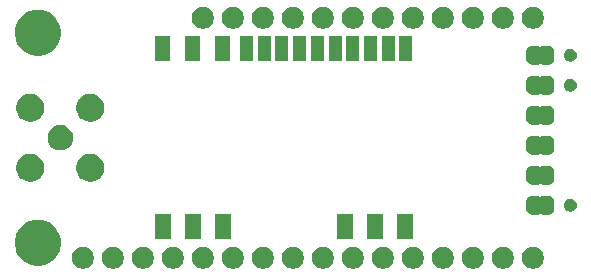
<source format=gts>
G04 #@! TF.GenerationSoftware,KiCad,Pcbnew,(5.1.2-1)-1*
G04 #@! TF.CreationDate,2019-05-16T11:37:58+08:00*
G04 #@! TF.ProjectId,huzzah-cc112x-shield,68757a7a-6168-42d6-9363-313132782d73,1*
G04 #@! TF.SameCoordinates,Original*
G04 #@! TF.FileFunction,Soldermask,Top*
G04 #@! TF.FilePolarity,Negative*
%FSLAX46Y46*%
G04 Gerber Fmt 4.6, Leading zero omitted, Abs format (unit mm)*
G04 Created by KiCad (PCBNEW (5.1.2-1)-1) date 2019-05-16 11:37:58*
%MOMM*%
%LPD*%
G04 APERTURE LIST*
%ADD10C,0.100000*%
G04 APERTURE END LIST*
D10*
G36*
X58059187Y-34021123D02*
G01*
X58230255Y-34091982D01*
X58230257Y-34091983D01*
X58307758Y-34143768D01*
X58384214Y-34194854D01*
X58515146Y-34325786D01*
X58618018Y-34479745D01*
X58688877Y-34650813D01*
X58725000Y-34832417D01*
X58725000Y-35017583D01*
X58688877Y-35199187D01*
X58618018Y-35370255D01*
X58618017Y-35370257D01*
X58515145Y-35524215D01*
X58384215Y-35655145D01*
X58230257Y-35758017D01*
X58230256Y-35758018D01*
X58230255Y-35758018D01*
X58059187Y-35828877D01*
X57877583Y-35865000D01*
X57692417Y-35865000D01*
X57510813Y-35828877D01*
X57339745Y-35758018D01*
X57339744Y-35758018D01*
X57339743Y-35758017D01*
X57185785Y-35655145D01*
X57054855Y-35524215D01*
X56951983Y-35370257D01*
X56951982Y-35370255D01*
X56881123Y-35199187D01*
X56845000Y-35017583D01*
X56845000Y-34832417D01*
X56881123Y-34650813D01*
X56951982Y-34479745D01*
X57054854Y-34325786D01*
X57185786Y-34194854D01*
X57262242Y-34143768D01*
X57339743Y-34091983D01*
X57339745Y-34091982D01*
X57510813Y-34021123D01*
X57692417Y-33985000D01*
X57877583Y-33985000D01*
X58059187Y-34021123D01*
X58059187Y-34021123D01*
G37*
G36*
X55519187Y-34021123D02*
G01*
X55690255Y-34091982D01*
X55690257Y-34091983D01*
X55767758Y-34143768D01*
X55844214Y-34194854D01*
X55975146Y-34325786D01*
X56078018Y-34479745D01*
X56148877Y-34650813D01*
X56185000Y-34832417D01*
X56185000Y-35017583D01*
X56148877Y-35199187D01*
X56078018Y-35370255D01*
X56078017Y-35370257D01*
X55975145Y-35524215D01*
X55844215Y-35655145D01*
X55690257Y-35758017D01*
X55690256Y-35758018D01*
X55690255Y-35758018D01*
X55519187Y-35828877D01*
X55337583Y-35865000D01*
X55152417Y-35865000D01*
X54970813Y-35828877D01*
X54799745Y-35758018D01*
X54799744Y-35758018D01*
X54799743Y-35758017D01*
X54645785Y-35655145D01*
X54514855Y-35524215D01*
X54411983Y-35370257D01*
X54411982Y-35370255D01*
X54341123Y-35199187D01*
X54305000Y-35017583D01*
X54305000Y-34832417D01*
X54341123Y-34650813D01*
X54411982Y-34479745D01*
X54514854Y-34325786D01*
X54645786Y-34194854D01*
X54722242Y-34143768D01*
X54799743Y-34091983D01*
X54799745Y-34091982D01*
X54970813Y-34021123D01*
X55152417Y-33985000D01*
X55337583Y-33985000D01*
X55519187Y-34021123D01*
X55519187Y-34021123D01*
G37*
G36*
X52979187Y-34021123D02*
G01*
X53150255Y-34091982D01*
X53150257Y-34091983D01*
X53227758Y-34143768D01*
X53304214Y-34194854D01*
X53435146Y-34325786D01*
X53538018Y-34479745D01*
X53608877Y-34650813D01*
X53645000Y-34832417D01*
X53645000Y-35017583D01*
X53608877Y-35199187D01*
X53538018Y-35370255D01*
X53538017Y-35370257D01*
X53435145Y-35524215D01*
X53304215Y-35655145D01*
X53150257Y-35758017D01*
X53150256Y-35758018D01*
X53150255Y-35758018D01*
X52979187Y-35828877D01*
X52797583Y-35865000D01*
X52612417Y-35865000D01*
X52430813Y-35828877D01*
X52259745Y-35758018D01*
X52259744Y-35758018D01*
X52259743Y-35758017D01*
X52105785Y-35655145D01*
X51974855Y-35524215D01*
X51871983Y-35370257D01*
X51871982Y-35370255D01*
X51801123Y-35199187D01*
X51765000Y-35017583D01*
X51765000Y-34832417D01*
X51801123Y-34650813D01*
X51871982Y-34479745D01*
X51974854Y-34325786D01*
X52105786Y-34194854D01*
X52182242Y-34143768D01*
X52259743Y-34091983D01*
X52259745Y-34091982D01*
X52430813Y-34021123D01*
X52612417Y-33985000D01*
X52797583Y-33985000D01*
X52979187Y-34021123D01*
X52979187Y-34021123D01*
G37*
G36*
X50439187Y-34021123D02*
G01*
X50610255Y-34091982D01*
X50610257Y-34091983D01*
X50687758Y-34143768D01*
X50764214Y-34194854D01*
X50895146Y-34325786D01*
X50998018Y-34479745D01*
X51068877Y-34650813D01*
X51105000Y-34832417D01*
X51105000Y-35017583D01*
X51068877Y-35199187D01*
X50998018Y-35370255D01*
X50998017Y-35370257D01*
X50895145Y-35524215D01*
X50764215Y-35655145D01*
X50610257Y-35758017D01*
X50610256Y-35758018D01*
X50610255Y-35758018D01*
X50439187Y-35828877D01*
X50257583Y-35865000D01*
X50072417Y-35865000D01*
X49890813Y-35828877D01*
X49719745Y-35758018D01*
X49719744Y-35758018D01*
X49719743Y-35758017D01*
X49565785Y-35655145D01*
X49434855Y-35524215D01*
X49331983Y-35370257D01*
X49331982Y-35370255D01*
X49261123Y-35199187D01*
X49225000Y-35017583D01*
X49225000Y-34832417D01*
X49261123Y-34650813D01*
X49331982Y-34479745D01*
X49434854Y-34325786D01*
X49565786Y-34194854D01*
X49642242Y-34143768D01*
X49719743Y-34091983D01*
X49719745Y-34091982D01*
X49890813Y-34021123D01*
X50072417Y-33985000D01*
X50257583Y-33985000D01*
X50439187Y-34021123D01*
X50439187Y-34021123D01*
G37*
G36*
X47899187Y-34021123D02*
G01*
X48070255Y-34091982D01*
X48070257Y-34091983D01*
X48147758Y-34143768D01*
X48224214Y-34194854D01*
X48355146Y-34325786D01*
X48458018Y-34479745D01*
X48528877Y-34650813D01*
X48565000Y-34832417D01*
X48565000Y-35017583D01*
X48528877Y-35199187D01*
X48458018Y-35370255D01*
X48458017Y-35370257D01*
X48355145Y-35524215D01*
X48224215Y-35655145D01*
X48070257Y-35758017D01*
X48070256Y-35758018D01*
X48070255Y-35758018D01*
X47899187Y-35828877D01*
X47717583Y-35865000D01*
X47532417Y-35865000D01*
X47350813Y-35828877D01*
X47179745Y-35758018D01*
X47179744Y-35758018D01*
X47179743Y-35758017D01*
X47025785Y-35655145D01*
X46894855Y-35524215D01*
X46791983Y-35370257D01*
X46791982Y-35370255D01*
X46721123Y-35199187D01*
X46685000Y-35017583D01*
X46685000Y-34832417D01*
X46721123Y-34650813D01*
X46791982Y-34479745D01*
X46894854Y-34325786D01*
X47025786Y-34194854D01*
X47102242Y-34143768D01*
X47179743Y-34091983D01*
X47179745Y-34091982D01*
X47350813Y-34021123D01*
X47532417Y-33985000D01*
X47717583Y-33985000D01*
X47899187Y-34021123D01*
X47899187Y-34021123D01*
G37*
G36*
X45359187Y-34021123D02*
G01*
X45530255Y-34091982D01*
X45530257Y-34091983D01*
X45607758Y-34143768D01*
X45684214Y-34194854D01*
X45815146Y-34325786D01*
X45918018Y-34479745D01*
X45988877Y-34650813D01*
X46025000Y-34832417D01*
X46025000Y-35017583D01*
X45988877Y-35199187D01*
X45918018Y-35370255D01*
X45918017Y-35370257D01*
X45815145Y-35524215D01*
X45684215Y-35655145D01*
X45530257Y-35758017D01*
X45530256Y-35758018D01*
X45530255Y-35758018D01*
X45359187Y-35828877D01*
X45177583Y-35865000D01*
X44992417Y-35865000D01*
X44810813Y-35828877D01*
X44639745Y-35758018D01*
X44639744Y-35758018D01*
X44639743Y-35758017D01*
X44485785Y-35655145D01*
X44354855Y-35524215D01*
X44251983Y-35370257D01*
X44251982Y-35370255D01*
X44181123Y-35199187D01*
X44145000Y-35017583D01*
X44145000Y-34832417D01*
X44181123Y-34650813D01*
X44251982Y-34479745D01*
X44354854Y-34325786D01*
X44485786Y-34194854D01*
X44562242Y-34143768D01*
X44639743Y-34091983D01*
X44639745Y-34091982D01*
X44810813Y-34021123D01*
X44992417Y-33985000D01*
X45177583Y-33985000D01*
X45359187Y-34021123D01*
X45359187Y-34021123D01*
G37*
G36*
X42819187Y-34021123D02*
G01*
X42990255Y-34091982D01*
X42990257Y-34091983D01*
X43067758Y-34143768D01*
X43144214Y-34194854D01*
X43275146Y-34325786D01*
X43378018Y-34479745D01*
X43448877Y-34650813D01*
X43485000Y-34832417D01*
X43485000Y-35017583D01*
X43448877Y-35199187D01*
X43378018Y-35370255D01*
X43378017Y-35370257D01*
X43275145Y-35524215D01*
X43144215Y-35655145D01*
X42990257Y-35758017D01*
X42990256Y-35758018D01*
X42990255Y-35758018D01*
X42819187Y-35828877D01*
X42637583Y-35865000D01*
X42452417Y-35865000D01*
X42270813Y-35828877D01*
X42099745Y-35758018D01*
X42099744Y-35758018D01*
X42099743Y-35758017D01*
X41945785Y-35655145D01*
X41814855Y-35524215D01*
X41711983Y-35370257D01*
X41711982Y-35370255D01*
X41641123Y-35199187D01*
X41605000Y-35017583D01*
X41605000Y-34832417D01*
X41641123Y-34650813D01*
X41711982Y-34479745D01*
X41814854Y-34325786D01*
X41945786Y-34194854D01*
X42022242Y-34143768D01*
X42099743Y-34091983D01*
X42099745Y-34091982D01*
X42270813Y-34021123D01*
X42452417Y-33985000D01*
X42637583Y-33985000D01*
X42819187Y-34021123D01*
X42819187Y-34021123D01*
G37*
G36*
X40279187Y-34021123D02*
G01*
X40450255Y-34091982D01*
X40450257Y-34091983D01*
X40527758Y-34143768D01*
X40604214Y-34194854D01*
X40735146Y-34325786D01*
X40838018Y-34479745D01*
X40908877Y-34650813D01*
X40945000Y-34832417D01*
X40945000Y-35017583D01*
X40908877Y-35199187D01*
X40838018Y-35370255D01*
X40838017Y-35370257D01*
X40735145Y-35524215D01*
X40604215Y-35655145D01*
X40450257Y-35758017D01*
X40450256Y-35758018D01*
X40450255Y-35758018D01*
X40279187Y-35828877D01*
X40097583Y-35865000D01*
X39912417Y-35865000D01*
X39730813Y-35828877D01*
X39559745Y-35758018D01*
X39559744Y-35758018D01*
X39559743Y-35758017D01*
X39405785Y-35655145D01*
X39274855Y-35524215D01*
X39171983Y-35370257D01*
X39171982Y-35370255D01*
X39101123Y-35199187D01*
X39065000Y-35017583D01*
X39065000Y-34832417D01*
X39101123Y-34650813D01*
X39171982Y-34479745D01*
X39274854Y-34325786D01*
X39405786Y-34194854D01*
X39482242Y-34143768D01*
X39559743Y-34091983D01*
X39559745Y-34091982D01*
X39730813Y-34021123D01*
X39912417Y-33985000D01*
X40097583Y-33985000D01*
X40279187Y-34021123D01*
X40279187Y-34021123D01*
G37*
G36*
X37739187Y-34021123D02*
G01*
X37910255Y-34091982D01*
X37910257Y-34091983D01*
X37987758Y-34143768D01*
X38064214Y-34194854D01*
X38195146Y-34325786D01*
X38298018Y-34479745D01*
X38368877Y-34650813D01*
X38405000Y-34832417D01*
X38405000Y-35017583D01*
X38368877Y-35199187D01*
X38298018Y-35370255D01*
X38298017Y-35370257D01*
X38195145Y-35524215D01*
X38064215Y-35655145D01*
X37910257Y-35758017D01*
X37910256Y-35758018D01*
X37910255Y-35758018D01*
X37739187Y-35828877D01*
X37557583Y-35865000D01*
X37372417Y-35865000D01*
X37190813Y-35828877D01*
X37019745Y-35758018D01*
X37019744Y-35758018D01*
X37019743Y-35758017D01*
X36865785Y-35655145D01*
X36734855Y-35524215D01*
X36631983Y-35370257D01*
X36631982Y-35370255D01*
X36561123Y-35199187D01*
X36525000Y-35017583D01*
X36525000Y-34832417D01*
X36561123Y-34650813D01*
X36631982Y-34479745D01*
X36734854Y-34325786D01*
X36865786Y-34194854D01*
X36942242Y-34143768D01*
X37019743Y-34091983D01*
X37019745Y-34091982D01*
X37190813Y-34021123D01*
X37372417Y-33985000D01*
X37557583Y-33985000D01*
X37739187Y-34021123D01*
X37739187Y-34021123D01*
G37*
G36*
X35199187Y-34021123D02*
G01*
X35370255Y-34091982D01*
X35370257Y-34091983D01*
X35447758Y-34143768D01*
X35524214Y-34194854D01*
X35655146Y-34325786D01*
X35758018Y-34479745D01*
X35828877Y-34650813D01*
X35865000Y-34832417D01*
X35865000Y-35017583D01*
X35828877Y-35199187D01*
X35758018Y-35370255D01*
X35758017Y-35370257D01*
X35655145Y-35524215D01*
X35524215Y-35655145D01*
X35370257Y-35758017D01*
X35370256Y-35758018D01*
X35370255Y-35758018D01*
X35199187Y-35828877D01*
X35017583Y-35865000D01*
X34832417Y-35865000D01*
X34650813Y-35828877D01*
X34479745Y-35758018D01*
X34479744Y-35758018D01*
X34479743Y-35758017D01*
X34325785Y-35655145D01*
X34194855Y-35524215D01*
X34091983Y-35370257D01*
X34091982Y-35370255D01*
X34021123Y-35199187D01*
X33985000Y-35017583D01*
X33985000Y-34832417D01*
X34021123Y-34650813D01*
X34091982Y-34479745D01*
X34194854Y-34325786D01*
X34325786Y-34194854D01*
X34402242Y-34143768D01*
X34479743Y-34091983D01*
X34479745Y-34091982D01*
X34650813Y-34021123D01*
X34832417Y-33985000D01*
X35017583Y-33985000D01*
X35199187Y-34021123D01*
X35199187Y-34021123D01*
G37*
G36*
X32659187Y-34021123D02*
G01*
X32830255Y-34091982D01*
X32830257Y-34091983D01*
X32907758Y-34143768D01*
X32984214Y-34194854D01*
X33115146Y-34325786D01*
X33218018Y-34479745D01*
X33288877Y-34650813D01*
X33325000Y-34832417D01*
X33325000Y-35017583D01*
X33288877Y-35199187D01*
X33218018Y-35370255D01*
X33218017Y-35370257D01*
X33115145Y-35524215D01*
X32984215Y-35655145D01*
X32830257Y-35758017D01*
X32830256Y-35758018D01*
X32830255Y-35758018D01*
X32659187Y-35828877D01*
X32477583Y-35865000D01*
X32292417Y-35865000D01*
X32110813Y-35828877D01*
X31939745Y-35758018D01*
X31939744Y-35758018D01*
X31939743Y-35758017D01*
X31785785Y-35655145D01*
X31654855Y-35524215D01*
X31551983Y-35370257D01*
X31551982Y-35370255D01*
X31481123Y-35199187D01*
X31445000Y-35017583D01*
X31445000Y-34832417D01*
X31481123Y-34650813D01*
X31551982Y-34479745D01*
X31654854Y-34325786D01*
X31785786Y-34194854D01*
X31862242Y-34143768D01*
X31939743Y-34091983D01*
X31939745Y-34091982D01*
X32110813Y-34021123D01*
X32292417Y-33985000D01*
X32477583Y-33985000D01*
X32659187Y-34021123D01*
X32659187Y-34021123D01*
G37*
G36*
X30119187Y-34021123D02*
G01*
X30290255Y-34091982D01*
X30290257Y-34091983D01*
X30367758Y-34143768D01*
X30444214Y-34194854D01*
X30575146Y-34325786D01*
X30678018Y-34479745D01*
X30748877Y-34650813D01*
X30785000Y-34832417D01*
X30785000Y-35017583D01*
X30748877Y-35199187D01*
X30678018Y-35370255D01*
X30678017Y-35370257D01*
X30575145Y-35524215D01*
X30444215Y-35655145D01*
X30290257Y-35758017D01*
X30290256Y-35758018D01*
X30290255Y-35758018D01*
X30119187Y-35828877D01*
X29937583Y-35865000D01*
X29752417Y-35865000D01*
X29570813Y-35828877D01*
X29399745Y-35758018D01*
X29399744Y-35758018D01*
X29399743Y-35758017D01*
X29245785Y-35655145D01*
X29114855Y-35524215D01*
X29011983Y-35370257D01*
X29011982Y-35370255D01*
X28941123Y-35199187D01*
X28905000Y-35017583D01*
X28905000Y-34832417D01*
X28941123Y-34650813D01*
X29011982Y-34479745D01*
X29114854Y-34325786D01*
X29245786Y-34194854D01*
X29322242Y-34143768D01*
X29399743Y-34091983D01*
X29399745Y-34091982D01*
X29570813Y-34021123D01*
X29752417Y-33985000D01*
X29937583Y-33985000D01*
X30119187Y-34021123D01*
X30119187Y-34021123D01*
G37*
G36*
X27579187Y-34021123D02*
G01*
X27750255Y-34091982D01*
X27750257Y-34091983D01*
X27827758Y-34143768D01*
X27904214Y-34194854D01*
X28035146Y-34325786D01*
X28138018Y-34479745D01*
X28208877Y-34650813D01*
X28245000Y-34832417D01*
X28245000Y-35017583D01*
X28208877Y-35199187D01*
X28138018Y-35370255D01*
X28138017Y-35370257D01*
X28035145Y-35524215D01*
X27904215Y-35655145D01*
X27750257Y-35758017D01*
X27750256Y-35758018D01*
X27750255Y-35758018D01*
X27579187Y-35828877D01*
X27397583Y-35865000D01*
X27212417Y-35865000D01*
X27030813Y-35828877D01*
X26859745Y-35758018D01*
X26859744Y-35758018D01*
X26859743Y-35758017D01*
X26705785Y-35655145D01*
X26574855Y-35524215D01*
X26471983Y-35370257D01*
X26471982Y-35370255D01*
X26401123Y-35199187D01*
X26365000Y-35017583D01*
X26365000Y-34832417D01*
X26401123Y-34650813D01*
X26471982Y-34479745D01*
X26574854Y-34325786D01*
X26705786Y-34194854D01*
X26782242Y-34143768D01*
X26859743Y-34091983D01*
X26859745Y-34091982D01*
X27030813Y-34021123D01*
X27212417Y-33985000D01*
X27397583Y-33985000D01*
X27579187Y-34021123D01*
X27579187Y-34021123D01*
G37*
G36*
X25039187Y-34021123D02*
G01*
X25210255Y-34091982D01*
X25210257Y-34091983D01*
X25287758Y-34143768D01*
X25364214Y-34194854D01*
X25495146Y-34325786D01*
X25598018Y-34479745D01*
X25668877Y-34650813D01*
X25705000Y-34832417D01*
X25705000Y-35017583D01*
X25668877Y-35199187D01*
X25598018Y-35370255D01*
X25598017Y-35370257D01*
X25495145Y-35524215D01*
X25364215Y-35655145D01*
X25210257Y-35758017D01*
X25210256Y-35758018D01*
X25210255Y-35758018D01*
X25039187Y-35828877D01*
X24857583Y-35865000D01*
X24672417Y-35865000D01*
X24490813Y-35828877D01*
X24319745Y-35758018D01*
X24319744Y-35758018D01*
X24319743Y-35758017D01*
X24165785Y-35655145D01*
X24034855Y-35524215D01*
X23931983Y-35370257D01*
X23931982Y-35370255D01*
X23861123Y-35199187D01*
X23825000Y-35017583D01*
X23825000Y-34832417D01*
X23861123Y-34650813D01*
X23931982Y-34479745D01*
X24034854Y-34325786D01*
X24165786Y-34194854D01*
X24242242Y-34143768D01*
X24319743Y-34091983D01*
X24319745Y-34091982D01*
X24490813Y-34021123D01*
X24672417Y-33985000D01*
X24857583Y-33985000D01*
X25039187Y-34021123D01*
X25039187Y-34021123D01*
G37*
G36*
X22499187Y-34021123D02*
G01*
X22670255Y-34091982D01*
X22670257Y-34091983D01*
X22747758Y-34143768D01*
X22824214Y-34194854D01*
X22955146Y-34325786D01*
X23058018Y-34479745D01*
X23128877Y-34650813D01*
X23165000Y-34832417D01*
X23165000Y-35017583D01*
X23128877Y-35199187D01*
X23058018Y-35370255D01*
X23058017Y-35370257D01*
X22955145Y-35524215D01*
X22824215Y-35655145D01*
X22670257Y-35758017D01*
X22670256Y-35758018D01*
X22670255Y-35758018D01*
X22499187Y-35828877D01*
X22317583Y-35865000D01*
X22132417Y-35865000D01*
X21950813Y-35828877D01*
X21779745Y-35758018D01*
X21779744Y-35758018D01*
X21779743Y-35758017D01*
X21625785Y-35655145D01*
X21494855Y-35524215D01*
X21391983Y-35370257D01*
X21391982Y-35370255D01*
X21321123Y-35199187D01*
X21285000Y-35017583D01*
X21285000Y-34832417D01*
X21321123Y-34650813D01*
X21391982Y-34479745D01*
X21494854Y-34325786D01*
X21625786Y-34194854D01*
X21702242Y-34143768D01*
X21779743Y-34091983D01*
X21779745Y-34091982D01*
X21950813Y-34021123D01*
X22132417Y-33985000D01*
X22317583Y-33985000D01*
X22499187Y-34021123D01*
X22499187Y-34021123D01*
G37*
G36*
X19959187Y-34021123D02*
G01*
X20130255Y-34091982D01*
X20130257Y-34091983D01*
X20207758Y-34143768D01*
X20284214Y-34194854D01*
X20415146Y-34325786D01*
X20518018Y-34479745D01*
X20588877Y-34650813D01*
X20625000Y-34832417D01*
X20625000Y-35017583D01*
X20588877Y-35199187D01*
X20518018Y-35370255D01*
X20518017Y-35370257D01*
X20415145Y-35524215D01*
X20284215Y-35655145D01*
X20130257Y-35758017D01*
X20130256Y-35758018D01*
X20130255Y-35758018D01*
X19959187Y-35828877D01*
X19777583Y-35865000D01*
X19592417Y-35865000D01*
X19410813Y-35828877D01*
X19239745Y-35758018D01*
X19239744Y-35758018D01*
X19239743Y-35758017D01*
X19085785Y-35655145D01*
X18954855Y-35524215D01*
X18851983Y-35370257D01*
X18851982Y-35370255D01*
X18781123Y-35199187D01*
X18745000Y-35017583D01*
X18745000Y-34832417D01*
X18781123Y-34650813D01*
X18851982Y-34479745D01*
X18954854Y-34325786D01*
X19085786Y-34194854D01*
X19162242Y-34143768D01*
X19239743Y-34091983D01*
X19239745Y-34091982D01*
X19410813Y-34021123D01*
X19592417Y-33985000D01*
X19777583Y-33985000D01*
X19959187Y-34021123D01*
X19959187Y-34021123D01*
G37*
G36*
X16319579Y-31749112D02*
G01*
X16445544Y-31774168D01*
X16592991Y-31835243D01*
X16801512Y-31921615D01*
X16801513Y-31921616D01*
X17121877Y-32135676D01*
X17394324Y-32408123D01*
X17537355Y-32622184D01*
X17608385Y-32728488D01*
X17694757Y-32937009D01*
X17755832Y-33084456D01*
X17831000Y-33462351D01*
X17831000Y-33847649D01*
X17755832Y-34225544D01*
X17714310Y-34325786D01*
X17608385Y-34581512D01*
X17608384Y-34581513D01*
X17394324Y-34901877D01*
X17121877Y-35174324D01*
X17084665Y-35199188D01*
X16801512Y-35388385D01*
X16592991Y-35474757D01*
X16445544Y-35535832D01*
X16319579Y-35560888D01*
X16067651Y-35611000D01*
X15682349Y-35611000D01*
X15430421Y-35560888D01*
X15304456Y-35535832D01*
X15157009Y-35474757D01*
X14948488Y-35388385D01*
X14665335Y-35199188D01*
X14628123Y-35174324D01*
X14355676Y-34901877D01*
X14141616Y-34581513D01*
X14141615Y-34581512D01*
X14035690Y-34325786D01*
X13994168Y-34225544D01*
X13919000Y-33847649D01*
X13919000Y-33462351D01*
X13994168Y-33084456D01*
X14055243Y-32937009D01*
X14141615Y-32728488D01*
X14212645Y-32622184D01*
X14355676Y-32408123D01*
X14628123Y-32135676D01*
X14948487Y-31921616D01*
X14948488Y-31921615D01*
X15157009Y-31835243D01*
X15304456Y-31774168D01*
X15430421Y-31749112D01*
X15682349Y-31699000D01*
X16067651Y-31699000D01*
X16319579Y-31749112D01*
X16319579Y-31749112D01*
G37*
G36*
X42551000Y-33301000D02*
G01*
X41249000Y-33301000D01*
X41249000Y-31199000D01*
X42551000Y-31199000D01*
X42551000Y-33301000D01*
X42551000Y-33301000D01*
G37*
G36*
X45091000Y-33301000D02*
G01*
X43789000Y-33301000D01*
X43789000Y-31199000D01*
X45091000Y-31199000D01*
X45091000Y-33301000D01*
X45091000Y-33301000D01*
G37*
G36*
X47631000Y-33301000D02*
G01*
X46329000Y-33301000D01*
X46329000Y-31199000D01*
X47631000Y-31199000D01*
X47631000Y-33301000D01*
X47631000Y-33301000D01*
G37*
G36*
X32211000Y-33301000D02*
G01*
X30909000Y-33301000D01*
X30909000Y-31199000D01*
X32211000Y-31199000D01*
X32211000Y-33301000D01*
X32211000Y-33301000D01*
G37*
G36*
X29671000Y-33301000D02*
G01*
X28369000Y-33301000D01*
X28369000Y-31199000D01*
X29671000Y-31199000D01*
X29671000Y-33301000D01*
X29671000Y-33301000D01*
G37*
G36*
X27131000Y-33301000D02*
G01*
X25829000Y-33301000D01*
X25829000Y-31199000D01*
X27131000Y-31199000D01*
X27131000Y-33301000D01*
X27131000Y-33301000D01*
G37*
G36*
X58279999Y-29679737D02*
G01*
X58289608Y-29682652D01*
X58298472Y-29687390D01*
X58306237Y-29693763D01*
X58316448Y-29706206D01*
X58323378Y-29716575D01*
X58340705Y-29733902D01*
X58361080Y-29747515D01*
X58383720Y-29756891D01*
X58407753Y-29761671D01*
X58432257Y-29761670D01*
X58456290Y-29756888D01*
X58478929Y-29747510D01*
X58499302Y-29733895D01*
X58516629Y-29716568D01*
X58523558Y-29706198D01*
X58533763Y-29693763D01*
X58541528Y-29687390D01*
X58550392Y-29682652D01*
X58560001Y-29679737D01*
X58576140Y-29678148D01*
X59063861Y-29678148D01*
X59082199Y-29679954D01*
X59094450Y-29680556D01*
X59112869Y-29680556D01*
X59135149Y-29682750D01*
X59219233Y-29699476D01*
X59240660Y-29705976D01*
X59319858Y-29738780D01*
X59325303Y-29741691D01*
X59325309Y-29741693D01*
X59334169Y-29746429D01*
X59334173Y-29746432D01*
X59339614Y-29749340D01*
X59410899Y-29796971D01*
X59428204Y-29811172D01*
X59488828Y-29871796D01*
X59503029Y-29889101D01*
X59550660Y-29960386D01*
X59553568Y-29965827D01*
X59553571Y-29965831D01*
X59558307Y-29974691D01*
X59558309Y-29974697D01*
X59561220Y-29980142D01*
X59594024Y-30059340D01*
X59600524Y-30080767D01*
X59617250Y-30164851D01*
X59619444Y-30187131D01*
X59619444Y-30205550D01*
X59620046Y-30217801D01*
X59621852Y-30236139D01*
X59621852Y-30723862D01*
X59620046Y-30742199D01*
X59619444Y-30754450D01*
X59619444Y-30772869D01*
X59617250Y-30795149D01*
X59600524Y-30879233D01*
X59594024Y-30900660D01*
X59561220Y-30979858D01*
X59558309Y-30985303D01*
X59558307Y-30985309D01*
X59553571Y-30994169D01*
X59553568Y-30994173D01*
X59550660Y-30999614D01*
X59503029Y-31070899D01*
X59488828Y-31088204D01*
X59428204Y-31148828D01*
X59410899Y-31163029D01*
X59339614Y-31210660D01*
X59334173Y-31213568D01*
X59334169Y-31213571D01*
X59325309Y-31218307D01*
X59325303Y-31218309D01*
X59319858Y-31221220D01*
X59240660Y-31254024D01*
X59219233Y-31260524D01*
X59135149Y-31277250D01*
X59112869Y-31279444D01*
X59094450Y-31279444D01*
X59082199Y-31280046D01*
X59063862Y-31281852D01*
X58576140Y-31281852D01*
X58560001Y-31280263D01*
X58550392Y-31277348D01*
X58541528Y-31272610D01*
X58533763Y-31266237D01*
X58523552Y-31253794D01*
X58516622Y-31243425D01*
X58499295Y-31226098D01*
X58478920Y-31212485D01*
X58456280Y-31203109D01*
X58432247Y-31198329D01*
X58407743Y-31198330D01*
X58383710Y-31203112D01*
X58361071Y-31212490D01*
X58340698Y-31226105D01*
X58323371Y-31243432D01*
X58316442Y-31253802D01*
X58306237Y-31266237D01*
X58298472Y-31272610D01*
X58289608Y-31277348D01*
X58279999Y-31280263D01*
X58263860Y-31281852D01*
X57776138Y-31281852D01*
X57757801Y-31280046D01*
X57745550Y-31279444D01*
X57727131Y-31279444D01*
X57704851Y-31277250D01*
X57620767Y-31260524D01*
X57599340Y-31254024D01*
X57520142Y-31221220D01*
X57514697Y-31218309D01*
X57514691Y-31218307D01*
X57505831Y-31213571D01*
X57505827Y-31213568D01*
X57500386Y-31210660D01*
X57429101Y-31163029D01*
X57411796Y-31148828D01*
X57351172Y-31088204D01*
X57336971Y-31070899D01*
X57289340Y-30999614D01*
X57286432Y-30994173D01*
X57286429Y-30994169D01*
X57281693Y-30985309D01*
X57281691Y-30985303D01*
X57278780Y-30979858D01*
X57245976Y-30900660D01*
X57239476Y-30879233D01*
X57222750Y-30795149D01*
X57220556Y-30772869D01*
X57220556Y-30754450D01*
X57219954Y-30742199D01*
X57218148Y-30723862D01*
X57218148Y-30236139D01*
X57219954Y-30217801D01*
X57220556Y-30205550D01*
X57220556Y-30187131D01*
X57222750Y-30164851D01*
X57239476Y-30080767D01*
X57245976Y-30059340D01*
X57278780Y-29980142D01*
X57281691Y-29974697D01*
X57281693Y-29974691D01*
X57286429Y-29965831D01*
X57286432Y-29965827D01*
X57289340Y-29960386D01*
X57336971Y-29889101D01*
X57351172Y-29871796D01*
X57411796Y-29811172D01*
X57429101Y-29796971D01*
X57500386Y-29749340D01*
X57505827Y-29746432D01*
X57505831Y-29746429D01*
X57514691Y-29741693D01*
X57514697Y-29741691D01*
X57520142Y-29738780D01*
X57599340Y-29705976D01*
X57620767Y-29699476D01*
X57704851Y-29682750D01*
X57727131Y-29680556D01*
X57745550Y-29680556D01*
X57757801Y-29679954D01*
X57776139Y-29678148D01*
X58263860Y-29678148D01*
X58279999Y-29679737D01*
X58279999Y-29679737D01*
G37*
G36*
X61120721Y-29950174D02*
G01*
X61220995Y-29991709D01*
X61220996Y-29991710D01*
X61311242Y-30052010D01*
X61387990Y-30128758D01*
X61387991Y-30128760D01*
X61448291Y-30219005D01*
X61489826Y-30319279D01*
X61511000Y-30425730D01*
X61511000Y-30534270D01*
X61489826Y-30640721D01*
X61448291Y-30740995D01*
X61426993Y-30772869D01*
X61387990Y-30831242D01*
X61311242Y-30907990D01*
X61265812Y-30938345D01*
X61220995Y-30968291D01*
X61120721Y-31009826D01*
X61014270Y-31031000D01*
X60905730Y-31031000D01*
X60799279Y-31009826D01*
X60699005Y-30968291D01*
X60654188Y-30938345D01*
X60608758Y-30907990D01*
X60532010Y-30831242D01*
X60493007Y-30772869D01*
X60471709Y-30740995D01*
X60430174Y-30640721D01*
X60409000Y-30534270D01*
X60409000Y-30425730D01*
X60430174Y-30319279D01*
X60471709Y-30219005D01*
X60532009Y-30128760D01*
X60532010Y-30128758D01*
X60608758Y-30052010D01*
X60699004Y-29991710D01*
X60699005Y-29991709D01*
X60799279Y-29950174D01*
X60905730Y-29929000D01*
X61014270Y-29929000D01*
X61120721Y-29950174D01*
X61120721Y-29950174D01*
G37*
G36*
X58279999Y-27139737D02*
G01*
X58289608Y-27142652D01*
X58298472Y-27147390D01*
X58306237Y-27153763D01*
X58316448Y-27166206D01*
X58323378Y-27176575D01*
X58340705Y-27193902D01*
X58361080Y-27207515D01*
X58383720Y-27216891D01*
X58407753Y-27221671D01*
X58432257Y-27221670D01*
X58456290Y-27216888D01*
X58478929Y-27207510D01*
X58499302Y-27193895D01*
X58516629Y-27176568D01*
X58523558Y-27166198D01*
X58533763Y-27153763D01*
X58541528Y-27147390D01*
X58550392Y-27142652D01*
X58560001Y-27139737D01*
X58576140Y-27138148D01*
X59063861Y-27138148D01*
X59082199Y-27139954D01*
X59094450Y-27140556D01*
X59112869Y-27140556D01*
X59135149Y-27142750D01*
X59219233Y-27159476D01*
X59240660Y-27165976D01*
X59319858Y-27198780D01*
X59325303Y-27201691D01*
X59325309Y-27201693D01*
X59334169Y-27206429D01*
X59334173Y-27206432D01*
X59339614Y-27209340D01*
X59410899Y-27256971D01*
X59428204Y-27271172D01*
X59488828Y-27331796D01*
X59503029Y-27349101D01*
X59550660Y-27420386D01*
X59553568Y-27425827D01*
X59553571Y-27425831D01*
X59558307Y-27434691D01*
X59558309Y-27434697D01*
X59561220Y-27440142D01*
X59594024Y-27519340D01*
X59600524Y-27540767D01*
X59617250Y-27624851D01*
X59619444Y-27647131D01*
X59619444Y-27665550D01*
X59620046Y-27677801D01*
X59621852Y-27696139D01*
X59621852Y-28183862D01*
X59620046Y-28202199D01*
X59619444Y-28214450D01*
X59619444Y-28232869D01*
X59617250Y-28255149D01*
X59600524Y-28339233D01*
X59594024Y-28360660D01*
X59561220Y-28439858D01*
X59558309Y-28445303D01*
X59558307Y-28445309D01*
X59553571Y-28454169D01*
X59553568Y-28454173D01*
X59550660Y-28459614D01*
X59503029Y-28530899D01*
X59488828Y-28548204D01*
X59428204Y-28608828D01*
X59410899Y-28623029D01*
X59339614Y-28670660D01*
X59334173Y-28673568D01*
X59334169Y-28673571D01*
X59325309Y-28678307D01*
X59325303Y-28678309D01*
X59319858Y-28681220D01*
X59240660Y-28714024D01*
X59219233Y-28720524D01*
X59135149Y-28737250D01*
X59112869Y-28739444D01*
X59094450Y-28739444D01*
X59082199Y-28740046D01*
X59063862Y-28741852D01*
X58576140Y-28741852D01*
X58560001Y-28740263D01*
X58550392Y-28737348D01*
X58541528Y-28732610D01*
X58533763Y-28726237D01*
X58523552Y-28713794D01*
X58516622Y-28703425D01*
X58499295Y-28686098D01*
X58478920Y-28672485D01*
X58456280Y-28663109D01*
X58432247Y-28658329D01*
X58407743Y-28658330D01*
X58383710Y-28663112D01*
X58361071Y-28672490D01*
X58340698Y-28686105D01*
X58323371Y-28703432D01*
X58316442Y-28713802D01*
X58306237Y-28726237D01*
X58298472Y-28732610D01*
X58289608Y-28737348D01*
X58279999Y-28740263D01*
X58263860Y-28741852D01*
X57776138Y-28741852D01*
X57757801Y-28740046D01*
X57745550Y-28739444D01*
X57727131Y-28739444D01*
X57704851Y-28737250D01*
X57620767Y-28720524D01*
X57599340Y-28714024D01*
X57520142Y-28681220D01*
X57514697Y-28678309D01*
X57514691Y-28678307D01*
X57505831Y-28673571D01*
X57505827Y-28673568D01*
X57500386Y-28670660D01*
X57429101Y-28623029D01*
X57411796Y-28608828D01*
X57351172Y-28548204D01*
X57336971Y-28530899D01*
X57289340Y-28459614D01*
X57286432Y-28454173D01*
X57286429Y-28454169D01*
X57281693Y-28445309D01*
X57281691Y-28445303D01*
X57278780Y-28439858D01*
X57245976Y-28360660D01*
X57239476Y-28339233D01*
X57222750Y-28255149D01*
X57220556Y-28232869D01*
X57220556Y-28214450D01*
X57219954Y-28202199D01*
X57218148Y-28183862D01*
X57218148Y-27696139D01*
X57219954Y-27677801D01*
X57220556Y-27665550D01*
X57220556Y-27647131D01*
X57222750Y-27624851D01*
X57239476Y-27540767D01*
X57245976Y-27519340D01*
X57278780Y-27440142D01*
X57281691Y-27434697D01*
X57281693Y-27434691D01*
X57286429Y-27425831D01*
X57286432Y-27425827D01*
X57289340Y-27420386D01*
X57336971Y-27349101D01*
X57351172Y-27331796D01*
X57411796Y-27271172D01*
X57429101Y-27256971D01*
X57500386Y-27209340D01*
X57505827Y-27206432D01*
X57505831Y-27206429D01*
X57514691Y-27201693D01*
X57514697Y-27201691D01*
X57520142Y-27198780D01*
X57599340Y-27165976D01*
X57620767Y-27159476D01*
X57704851Y-27142750D01*
X57727131Y-27140556D01*
X57745550Y-27140556D01*
X57757801Y-27139954D01*
X57776139Y-27138148D01*
X58263860Y-27138148D01*
X58279999Y-27139737D01*
X58279999Y-27139737D01*
G37*
G36*
X20482616Y-26138307D02*
G01*
X20663027Y-26174193D01*
X20877045Y-26262842D01*
X20877046Y-26262843D01*
X21069654Y-26391539D01*
X21233461Y-26555346D01*
X21319258Y-26683751D01*
X21362158Y-26747955D01*
X21450807Y-26961973D01*
X21450807Y-26961975D01*
X21496000Y-27189173D01*
X21496000Y-27420827D01*
X21493242Y-27434691D01*
X21450807Y-27648027D01*
X21362158Y-27862045D01*
X21362157Y-27862046D01*
X21233461Y-28054654D01*
X21069654Y-28218461D01*
X21023938Y-28249007D01*
X20877045Y-28347158D01*
X20663027Y-28435807D01*
X20511560Y-28465936D01*
X20435827Y-28481000D01*
X20204173Y-28481000D01*
X20128440Y-28465936D01*
X19976973Y-28435807D01*
X19762955Y-28347158D01*
X19616062Y-28249007D01*
X19570346Y-28218461D01*
X19406539Y-28054654D01*
X19277843Y-27862046D01*
X19277842Y-27862045D01*
X19189193Y-27648027D01*
X19146758Y-27434691D01*
X19144000Y-27420827D01*
X19144000Y-27189173D01*
X19189193Y-26961975D01*
X19189193Y-26961973D01*
X19277842Y-26747955D01*
X19320742Y-26683751D01*
X19406539Y-26555346D01*
X19570346Y-26391539D01*
X19762954Y-26262843D01*
X19762955Y-26262842D01*
X19976973Y-26174193D01*
X20157384Y-26138307D01*
X20204173Y-26129000D01*
X20435827Y-26129000D01*
X20482616Y-26138307D01*
X20482616Y-26138307D01*
G37*
G36*
X15402616Y-26138307D02*
G01*
X15583027Y-26174193D01*
X15797045Y-26262842D01*
X15797046Y-26262843D01*
X15989654Y-26391539D01*
X16153461Y-26555346D01*
X16239258Y-26683751D01*
X16282158Y-26747955D01*
X16370807Y-26961973D01*
X16370807Y-26961975D01*
X16416000Y-27189173D01*
X16416000Y-27420827D01*
X16413242Y-27434691D01*
X16370807Y-27648027D01*
X16282158Y-27862045D01*
X16282157Y-27862046D01*
X16153461Y-28054654D01*
X15989654Y-28218461D01*
X15943938Y-28249007D01*
X15797045Y-28347158D01*
X15583027Y-28435807D01*
X15431560Y-28465936D01*
X15355827Y-28481000D01*
X15124173Y-28481000D01*
X15048440Y-28465936D01*
X14896973Y-28435807D01*
X14682955Y-28347158D01*
X14536062Y-28249007D01*
X14490346Y-28218461D01*
X14326539Y-28054654D01*
X14197843Y-27862046D01*
X14197842Y-27862045D01*
X14109193Y-27648027D01*
X14066758Y-27434691D01*
X14064000Y-27420827D01*
X14064000Y-27189173D01*
X14109193Y-26961975D01*
X14109193Y-26961973D01*
X14197842Y-26747955D01*
X14240742Y-26683751D01*
X14326539Y-26555346D01*
X14490346Y-26391539D01*
X14682954Y-26262843D01*
X14682955Y-26262842D01*
X14896973Y-26174193D01*
X15077384Y-26138307D01*
X15124173Y-26129000D01*
X15355827Y-26129000D01*
X15402616Y-26138307D01*
X15402616Y-26138307D01*
G37*
G36*
X58279999Y-24599737D02*
G01*
X58289608Y-24602652D01*
X58298472Y-24607390D01*
X58306237Y-24613763D01*
X58316448Y-24626206D01*
X58323378Y-24636575D01*
X58340705Y-24653902D01*
X58361080Y-24667515D01*
X58383720Y-24676891D01*
X58407753Y-24681671D01*
X58432257Y-24681670D01*
X58456290Y-24676888D01*
X58478929Y-24667510D01*
X58499302Y-24653895D01*
X58516629Y-24636568D01*
X58523558Y-24626198D01*
X58533763Y-24613763D01*
X58541528Y-24607390D01*
X58550392Y-24602652D01*
X58560001Y-24599737D01*
X58576140Y-24598148D01*
X59063861Y-24598148D01*
X59082199Y-24599954D01*
X59094450Y-24600556D01*
X59112869Y-24600556D01*
X59135149Y-24602750D01*
X59219233Y-24619476D01*
X59240660Y-24625976D01*
X59319858Y-24658780D01*
X59325303Y-24661691D01*
X59325309Y-24661693D01*
X59334169Y-24666429D01*
X59334173Y-24666432D01*
X59339614Y-24669340D01*
X59410899Y-24716971D01*
X59428204Y-24731172D01*
X59488828Y-24791796D01*
X59503029Y-24809101D01*
X59550660Y-24880386D01*
X59553568Y-24885827D01*
X59553571Y-24885831D01*
X59558307Y-24894691D01*
X59558309Y-24894697D01*
X59561220Y-24900142D01*
X59594024Y-24979340D01*
X59600524Y-25000767D01*
X59617250Y-25084851D01*
X59619444Y-25107131D01*
X59619444Y-25125550D01*
X59620046Y-25137801D01*
X59621852Y-25156139D01*
X59621852Y-25643862D01*
X59620046Y-25662199D01*
X59619444Y-25674450D01*
X59619444Y-25692869D01*
X59617250Y-25715149D01*
X59600524Y-25799233D01*
X59594024Y-25820660D01*
X59561220Y-25899858D01*
X59558309Y-25905303D01*
X59558307Y-25905309D01*
X59553571Y-25914169D01*
X59553568Y-25914173D01*
X59550660Y-25919614D01*
X59503029Y-25990899D01*
X59488828Y-26008204D01*
X59428204Y-26068828D01*
X59410899Y-26083029D01*
X59339614Y-26130660D01*
X59334173Y-26133568D01*
X59334169Y-26133571D01*
X59325309Y-26138307D01*
X59325303Y-26138309D01*
X59319858Y-26141220D01*
X59240660Y-26174024D01*
X59219233Y-26180524D01*
X59135149Y-26197250D01*
X59112869Y-26199444D01*
X59094450Y-26199444D01*
X59082199Y-26200046D01*
X59063862Y-26201852D01*
X58576140Y-26201852D01*
X58560001Y-26200263D01*
X58550392Y-26197348D01*
X58541528Y-26192610D01*
X58533763Y-26186237D01*
X58523552Y-26173794D01*
X58516622Y-26163425D01*
X58499295Y-26146098D01*
X58478920Y-26132485D01*
X58456280Y-26123109D01*
X58432247Y-26118329D01*
X58407743Y-26118330D01*
X58383710Y-26123112D01*
X58361071Y-26132490D01*
X58340698Y-26146105D01*
X58323371Y-26163432D01*
X58316442Y-26173802D01*
X58306237Y-26186237D01*
X58298472Y-26192610D01*
X58289608Y-26197348D01*
X58279999Y-26200263D01*
X58263860Y-26201852D01*
X57776138Y-26201852D01*
X57757801Y-26200046D01*
X57745550Y-26199444D01*
X57727131Y-26199444D01*
X57704851Y-26197250D01*
X57620767Y-26180524D01*
X57599340Y-26174024D01*
X57520142Y-26141220D01*
X57514697Y-26138309D01*
X57514691Y-26138307D01*
X57505831Y-26133571D01*
X57505827Y-26133568D01*
X57500386Y-26130660D01*
X57429101Y-26083029D01*
X57411796Y-26068828D01*
X57351172Y-26008204D01*
X57336971Y-25990899D01*
X57289340Y-25919614D01*
X57286432Y-25914173D01*
X57286429Y-25914169D01*
X57281693Y-25905309D01*
X57281691Y-25905303D01*
X57278780Y-25899858D01*
X57245976Y-25820660D01*
X57239476Y-25799233D01*
X57222750Y-25715149D01*
X57220556Y-25692869D01*
X57220556Y-25674450D01*
X57219954Y-25662199D01*
X57218148Y-25643862D01*
X57218148Y-25156139D01*
X57219954Y-25137801D01*
X57220556Y-25125550D01*
X57220556Y-25107131D01*
X57222750Y-25084851D01*
X57239476Y-25000767D01*
X57245976Y-24979340D01*
X57278780Y-24900142D01*
X57281691Y-24894697D01*
X57281693Y-24894691D01*
X57286429Y-24885831D01*
X57286432Y-24885827D01*
X57289340Y-24880386D01*
X57336971Y-24809101D01*
X57351172Y-24791796D01*
X57411796Y-24731172D01*
X57429101Y-24716971D01*
X57500386Y-24669340D01*
X57505827Y-24666432D01*
X57505831Y-24666429D01*
X57514691Y-24661693D01*
X57514697Y-24661691D01*
X57520142Y-24658780D01*
X57599340Y-24625976D01*
X57620767Y-24619476D01*
X57704851Y-24602750D01*
X57727131Y-24600556D01*
X57745550Y-24600556D01*
X57757801Y-24599954D01*
X57776139Y-24598148D01*
X58263860Y-24598148D01*
X58279999Y-24599737D01*
X58279999Y-24599737D01*
G37*
G36*
X17955271Y-23702783D02*
G01*
X18093858Y-23730350D01*
X18289677Y-23811461D01*
X18465910Y-23929216D01*
X18615784Y-24079090D01*
X18733539Y-24255323D01*
X18814650Y-24451142D01*
X18814650Y-24451144D01*
X18856000Y-24659022D01*
X18856000Y-24870978D01*
X18851283Y-24894691D01*
X18814650Y-25078858D01*
X18733539Y-25274677D01*
X18615784Y-25450910D01*
X18465910Y-25600784D01*
X18289677Y-25718539D01*
X18093858Y-25799650D01*
X17988233Y-25820660D01*
X17885978Y-25841000D01*
X17674022Y-25841000D01*
X17571767Y-25820660D01*
X17466142Y-25799650D01*
X17270323Y-25718539D01*
X17094090Y-25600784D01*
X16944216Y-25450910D01*
X16826461Y-25274677D01*
X16745350Y-25078858D01*
X16708717Y-24894691D01*
X16704000Y-24870978D01*
X16704000Y-24659022D01*
X16745350Y-24451144D01*
X16745350Y-24451142D01*
X16826461Y-24255323D01*
X16944216Y-24079090D01*
X17094090Y-23929216D01*
X17270323Y-23811461D01*
X17466142Y-23730350D01*
X17604729Y-23702783D01*
X17674022Y-23689000D01*
X17885978Y-23689000D01*
X17955271Y-23702783D01*
X17955271Y-23702783D01*
G37*
G36*
X58279999Y-22059737D02*
G01*
X58289608Y-22062652D01*
X58298472Y-22067390D01*
X58306237Y-22073763D01*
X58316448Y-22086206D01*
X58323378Y-22096575D01*
X58340705Y-22113902D01*
X58361080Y-22127515D01*
X58383720Y-22136891D01*
X58407753Y-22141671D01*
X58432257Y-22141670D01*
X58456290Y-22136888D01*
X58478929Y-22127510D01*
X58499302Y-22113895D01*
X58516629Y-22096568D01*
X58523558Y-22086198D01*
X58533763Y-22073763D01*
X58541528Y-22067390D01*
X58550392Y-22062652D01*
X58560001Y-22059737D01*
X58576140Y-22058148D01*
X59063861Y-22058148D01*
X59082199Y-22059954D01*
X59094450Y-22060556D01*
X59112869Y-22060556D01*
X59135149Y-22062750D01*
X59219233Y-22079476D01*
X59240660Y-22085976D01*
X59319858Y-22118780D01*
X59325303Y-22121691D01*
X59325309Y-22121693D01*
X59334169Y-22126429D01*
X59334173Y-22126432D01*
X59339614Y-22129340D01*
X59410899Y-22176971D01*
X59428204Y-22191172D01*
X59488828Y-22251796D01*
X59503029Y-22269101D01*
X59550660Y-22340386D01*
X59553568Y-22345827D01*
X59553571Y-22345831D01*
X59558307Y-22354691D01*
X59558309Y-22354697D01*
X59561220Y-22360142D01*
X59594024Y-22439340D01*
X59600524Y-22460767D01*
X59617250Y-22544851D01*
X59619444Y-22567131D01*
X59619444Y-22585550D01*
X59620046Y-22597801D01*
X59621852Y-22616139D01*
X59621852Y-23103862D01*
X59620046Y-23122199D01*
X59619444Y-23134450D01*
X59619444Y-23152869D01*
X59617250Y-23175149D01*
X59600524Y-23259233D01*
X59594024Y-23280660D01*
X59561220Y-23359858D01*
X59558309Y-23365303D01*
X59558307Y-23365309D01*
X59553571Y-23374169D01*
X59553568Y-23374173D01*
X59550660Y-23379614D01*
X59503029Y-23450899D01*
X59488828Y-23468204D01*
X59428204Y-23528828D01*
X59410899Y-23543029D01*
X59339614Y-23590660D01*
X59334173Y-23593568D01*
X59334169Y-23593571D01*
X59325309Y-23598307D01*
X59325303Y-23598309D01*
X59319858Y-23601220D01*
X59240660Y-23634024D01*
X59219233Y-23640524D01*
X59135149Y-23657250D01*
X59112869Y-23659444D01*
X59094450Y-23659444D01*
X59082199Y-23660046D01*
X59063862Y-23661852D01*
X58576140Y-23661852D01*
X58560001Y-23660263D01*
X58550392Y-23657348D01*
X58541528Y-23652610D01*
X58533763Y-23646237D01*
X58523552Y-23633794D01*
X58516622Y-23623425D01*
X58499295Y-23606098D01*
X58478920Y-23592485D01*
X58456280Y-23583109D01*
X58432247Y-23578329D01*
X58407743Y-23578330D01*
X58383710Y-23583112D01*
X58361071Y-23592490D01*
X58340698Y-23606105D01*
X58323371Y-23623432D01*
X58316442Y-23633802D01*
X58306237Y-23646237D01*
X58298472Y-23652610D01*
X58289608Y-23657348D01*
X58279999Y-23660263D01*
X58263860Y-23661852D01*
X57776138Y-23661852D01*
X57757801Y-23660046D01*
X57745550Y-23659444D01*
X57727131Y-23659444D01*
X57704851Y-23657250D01*
X57620767Y-23640524D01*
X57599340Y-23634024D01*
X57520142Y-23601220D01*
X57514697Y-23598309D01*
X57514691Y-23598307D01*
X57505831Y-23593571D01*
X57505827Y-23593568D01*
X57500386Y-23590660D01*
X57429101Y-23543029D01*
X57411796Y-23528828D01*
X57351172Y-23468204D01*
X57336971Y-23450899D01*
X57289340Y-23379614D01*
X57286432Y-23374173D01*
X57286429Y-23374169D01*
X57281693Y-23365309D01*
X57281691Y-23365303D01*
X57278780Y-23359858D01*
X57245976Y-23280660D01*
X57239476Y-23259233D01*
X57222750Y-23175149D01*
X57220556Y-23152869D01*
X57220556Y-23134450D01*
X57219954Y-23122199D01*
X57218148Y-23103862D01*
X57218148Y-22616139D01*
X57219954Y-22597801D01*
X57220556Y-22585550D01*
X57220556Y-22567131D01*
X57222750Y-22544851D01*
X57239476Y-22460767D01*
X57245976Y-22439340D01*
X57278780Y-22360142D01*
X57281691Y-22354697D01*
X57281693Y-22354691D01*
X57286429Y-22345831D01*
X57286432Y-22345827D01*
X57289340Y-22340386D01*
X57336971Y-22269101D01*
X57351172Y-22251796D01*
X57411796Y-22191172D01*
X57429101Y-22176971D01*
X57500386Y-22129340D01*
X57505827Y-22126432D01*
X57505831Y-22126429D01*
X57514691Y-22121693D01*
X57514697Y-22121691D01*
X57520142Y-22118780D01*
X57599340Y-22085976D01*
X57620767Y-22079476D01*
X57704851Y-22062750D01*
X57727131Y-22060556D01*
X57745550Y-22060556D01*
X57757801Y-22059954D01*
X57776139Y-22058148D01*
X58263860Y-22058148D01*
X58279999Y-22059737D01*
X58279999Y-22059737D01*
G37*
G36*
X15402616Y-21058307D02*
G01*
X15583027Y-21094193D01*
X15797045Y-21182842D01*
X15797046Y-21182843D01*
X15989654Y-21311539D01*
X16153461Y-21475346D01*
X16239258Y-21603751D01*
X16282158Y-21667955D01*
X16370807Y-21881973D01*
X16370807Y-21881975D01*
X16416000Y-22109173D01*
X16416000Y-22340827D01*
X16413242Y-22354691D01*
X16370807Y-22568027D01*
X16282158Y-22782045D01*
X16282157Y-22782046D01*
X16153461Y-22974654D01*
X15989654Y-23138461D01*
X15943938Y-23169007D01*
X15797045Y-23267158D01*
X15583027Y-23355807D01*
X15431560Y-23385936D01*
X15355827Y-23401000D01*
X15124173Y-23401000D01*
X15048440Y-23385936D01*
X14896973Y-23355807D01*
X14682955Y-23267158D01*
X14536062Y-23169007D01*
X14490346Y-23138461D01*
X14326539Y-22974654D01*
X14197843Y-22782046D01*
X14197842Y-22782045D01*
X14109193Y-22568027D01*
X14066758Y-22354691D01*
X14064000Y-22340827D01*
X14064000Y-22109173D01*
X14109193Y-21881975D01*
X14109193Y-21881973D01*
X14197842Y-21667955D01*
X14240742Y-21603751D01*
X14326539Y-21475346D01*
X14490346Y-21311539D01*
X14682954Y-21182843D01*
X14682955Y-21182842D01*
X14896973Y-21094193D01*
X15077384Y-21058307D01*
X15124173Y-21049000D01*
X15355827Y-21049000D01*
X15402616Y-21058307D01*
X15402616Y-21058307D01*
G37*
G36*
X20482616Y-21058307D02*
G01*
X20663027Y-21094193D01*
X20877045Y-21182842D01*
X20877046Y-21182843D01*
X21069654Y-21311539D01*
X21233461Y-21475346D01*
X21319258Y-21603751D01*
X21362158Y-21667955D01*
X21450807Y-21881973D01*
X21450807Y-21881975D01*
X21496000Y-22109173D01*
X21496000Y-22340827D01*
X21493242Y-22354691D01*
X21450807Y-22568027D01*
X21362158Y-22782045D01*
X21362157Y-22782046D01*
X21233461Y-22974654D01*
X21069654Y-23138461D01*
X21023938Y-23169007D01*
X20877045Y-23267158D01*
X20663027Y-23355807D01*
X20511560Y-23385936D01*
X20435827Y-23401000D01*
X20204173Y-23401000D01*
X20128440Y-23385936D01*
X19976973Y-23355807D01*
X19762955Y-23267158D01*
X19616062Y-23169007D01*
X19570346Y-23138461D01*
X19406539Y-22974654D01*
X19277843Y-22782046D01*
X19277842Y-22782045D01*
X19189193Y-22568027D01*
X19146758Y-22354691D01*
X19144000Y-22340827D01*
X19144000Y-22109173D01*
X19189193Y-21881975D01*
X19189193Y-21881973D01*
X19277842Y-21667955D01*
X19320742Y-21603751D01*
X19406539Y-21475346D01*
X19570346Y-21311539D01*
X19762954Y-21182843D01*
X19762955Y-21182842D01*
X19976973Y-21094193D01*
X20157384Y-21058307D01*
X20204173Y-21049000D01*
X20435827Y-21049000D01*
X20482616Y-21058307D01*
X20482616Y-21058307D01*
G37*
G36*
X58279999Y-19519737D02*
G01*
X58289608Y-19522652D01*
X58298472Y-19527390D01*
X58306237Y-19533763D01*
X58316448Y-19546206D01*
X58323378Y-19556575D01*
X58340705Y-19573902D01*
X58361080Y-19587515D01*
X58383720Y-19596891D01*
X58407753Y-19601671D01*
X58432257Y-19601670D01*
X58456290Y-19596888D01*
X58478929Y-19587510D01*
X58499302Y-19573895D01*
X58516629Y-19556568D01*
X58523558Y-19546198D01*
X58533763Y-19533763D01*
X58541528Y-19527390D01*
X58550392Y-19522652D01*
X58560001Y-19519737D01*
X58576140Y-19518148D01*
X59063861Y-19518148D01*
X59082199Y-19519954D01*
X59094450Y-19520556D01*
X59112869Y-19520556D01*
X59135149Y-19522750D01*
X59219233Y-19539476D01*
X59240660Y-19545976D01*
X59319858Y-19578780D01*
X59325303Y-19581691D01*
X59325309Y-19581693D01*
X59334169Y-19586429D01*
X59334173Y-19586432D01*
X59339614Y-19589340D01*
X59410899Y-19636971D01*
X59428204Y-19651172D01*
X59488828Y-19711796D01*
X59503029Y-19729101D01*
X59550660Y-19800386D01*
X59553568Y-19805827D01*
X59553571Y-19805831D01*
X59558307Y-19814691D01*
X59558309Y-19814697D01*
X59561220Y-19820142D01*
X59594024Y-19899340D01*
X59600524Y-19920767D01*
X59617250Y-20004851D01*
X59619444Y-20027131D01*
X59619444Y-20045550D01*
X59620046Y-20057801D01*
X59621852Y-20076139D01*
X59621852Y-20563862D01*
X59620046Y-20582199D01*
X59619444Y-20594450D01*
X59619444Y-20612869D01*
X59617250Y-20635149D01*
X59600524Y-20719233D01*
X59594024Y-20740660D01*
X59561220Y-20819858D01*
X59558309Y-20825303D01*
X59558307Y-20825309D01*
X59553571Y-20834169D01*
X59553568Y-20834173D01*
X59550660Y-20839614D01*
X59503029Y-20910899D01*
X59488828Y-20928204D01*
X59428204Y-20988828D01*
X59410899Y-21003029D01*
X59339614Y-21050660D01*
X59334173Y-21053568D01*
X59334169Y-21053571D01*
X59325309Y-21058307D01*
X59325303Y-21058309D01*
X59319858Y-21061220D01*
X59240660Y-21094024D01*
X59219233Y-21100524D01*
X59135149Y-21117250D01*
X59112869Y-21119444D01*
X59094450Y-21119444D01*
X59082199Y-21120046D01*
X59063862Y-21121852D01*
X58576140Y-21121852D01*
X58560001Y-21120263D01*
X58550392Y-21117348D01*
X58541528Y-21112610D01*
X58533763Y-21106237D01*
X58523552Y-21093794D01*
X58516622Y-21083425D01*
X58499295Y-21066098D01*
X58478920Y-21052485D01*
X58456280Y-21043109D01*
X58432247Y-21038329D01*
X58407743Y-21038330D01*
X58383710Y-21043112D01*
X58361071Y-21052490D01*
X58340698Y-21066105D01*
X58323371Y-21083432D01*
X58316442Y-21093802D01*
X58306237Y-21106237D01*
X58298472Y-21112610D01*
X58289608Y-21117348D01*
X58279999Y-21120263D01*
X58263860Y-21121852D01*
X57776138Y-21121852D01*
X57757801Y-21120046D01*
X57745550Y-21119444D01*
X57727131Y-21119444D01*
X57704851Y-21117250D01*
X57620767Y-21100524D01*
X57599340Y-21094024D01*
X57520142Y-21061220D01*
X57514697Y-21058309D01*
X57514691Y-21058307D01*
X57505831Y-21053571D01*
X57505827Y-21053568D01*
X57500386Y-21050660D01*
X57429101Y-21003029D01*
X57411796Y-20988828D01*
X57351172Y-20928204D01*
X57336971Y-20910899D01*
X57289340Y-20839614D01*
X57286432Y-20834173D01*
X57286429Y-20834169D01*
X57281693Y-20825309D01*
X57281691Y-20825303D01*
X57278780Y-20819858D01*
X57245976Y-20740660D01*
X57239476Y-20719233D01*
X57222750Y-20635149D01*
X57220556Y-20612869D01*
X57220556Y-20594450D01*
X57219954Y-20582199D01*
X57218148Y-20563862D01*
X57218148Y-20076139D01*
X57219954Y-20057801D01*
X57220556Y-20045550D01*
X57220556Y-20027131D01*
X57222750Y-20004851D01*
X57239476Y-19920767D01*
X57245976Y-19899340D01*
X57278780Y-19820142D01*
X57281691Y-19814697D01*
X57281693Y-19814691D01*
X57286429Y-19805831D01*
X57286432Y-19805827D01*
X57289340Y-19800386D01*
X57336971Y-19729101D01*
X57351172Y-19711796D01*
X57411796Y-19651172D01*
X57429101Y-19636971D01*
X57500386Y-19589340D01*
X57505827Y-19586432D01*
X57505831Y-19586429D01*
X57514691Y-19581693D01*
X57514697Y-19581691D01*
X57520142Y-19578780D01*
X57599340Y-19545976D01*
X57620767Y-19539476D01*
X57704851Y-19522750D01*
X57727131Y-19520556D01*
X57745550Y-19520556D01*
X57757801Y-19519954D01*
X57776139Y-19518148D01*
X58263860Y-19518148D01*
X58279999Y-19519737D01*
X58279999Y-19519737D01*
G37*
G36*
X61120721Y-19790174D02*
G01*
X61220995Y-19831709D01*
X61220996Y-19831710D01*
X61311242Y-19892010D01*
X61387990Y-19968758D01*
X61387991Y-19968760D01*
X61448291Y-20059005D01*
X61489826Y-20159279D01*
X61511000Y-20265730D01*
X61511000Y-20374270D01*
X61489826Y-20480721D01*
X61448291Y-20580995D01*
X61426993Y-20612869D01*
X61387990Y-20671242D01*
X61311242Y-20747990D01*
X61265812Y-20778345D01*
X61220995Y-20808291D01*
X61120721Y-20849826D01*
X61014270Y-20871000D01*
X60905730Y-20871000D01*
X60799279Y-20849826D01*
X60699005Y-20808291D01*
X60654188Y-20778345D01*
X60608758Y-20747990D01*
X60532010Y-20671242D01*
X60493007Y-20612869D01*
X60471709Y-20580995D01*
X60430174Y-20480721D01*
X60409000Y-20374270D01*
X60409000Y-20265730D01*
X60430174Y-20159279D01*
X60471709Y-20059005D01*
X60532009Y-19968760D01*
X60532010Y-19968758D01*
X60608758Y-19892010D01*
X60699004Y-19831710D01*
X60699005Y-19831709D01*
X60799279Y-19790174D01*
X60905730Y-19769000D01*
X61014270Y-19769000D01*
X61120721Y-19790174D01*
X61120721Y-19790174D01*
G37*
G36*
X58279999Y-16979737D02*
G01*
X58289608Y-16982652D01*
X58298472Y-16987390D01*
X58306237Y-16993763D01*
X58316448Y-17006206D01*
X58323378Y-17016575D01*
X58340705Y-17033902D01*
X58361080Y-17047515D01*
X58383720Y-17056891D01*
X58407753Y-17061671D01*
X58432257Y-17061670D01*
X58456290Y-17056888D01*
X58478929Y-17047510D01*
X58499302Y-17033895D01*
X58516629Y-17016568D01*
X58523558Y-17006198D01*
X58533763Y-16993763D01*
X58541528Y-16987390D01*
X58550392Y-16982652D01*
X58560001Y-16979737D01*
X58576140Y-16978148D01*
X59063861Y-16978148D01*
X59082199Y-16979954D01*
X59094450Y-16980556D01*
X59112869Y-16980556D01*
X59135149Y-16982750D01*
X59219233Y-16999476D01*
X59240660Y-17005976D01*
X59319858Y-17038780D01*
X59325303Y-17041691D01*
X59325309Y-17041693D01*
X59334169Y-17046429D01*
X59334173Y-17046432D01*
X59339614Y-17049340D01*
X59410899Y-17096971D01*
X59428204Y-17111172D01*
X59488828Y-17171796D01*
X59503029Y-17189101D01*
X59550660Y-17260386D01*
X59553568Y-17265827D01*
X59553571Y-17265831D01*
X59558307Y-17274691D01*
X59558309Y-17274697D01*
X59561220Y-17280142D01*
X59594024Y-17359340D01*
X59600524Y-17380767D01*
X59617250Y-17464851D01*
X59619444Y-17487131D01*
X59619444Y-17505550D01*
X59620046Y-17517801D01*
X59621852Y-17536139D01*
X59621852Y-18023862D01*
X59620046Y-18042199D01*
X59619444Y-18054450D01*
X59619444Y-18072869D01*
X59617250Y-18095149D01*
X59600524Y-18179233D01*
X59594024Y-18200660D01*
X59561220Y-18279858D01*
X59558309Y-18285303D01*
X59558307Y-18285309D01*
X59553571Y-18294169D01*
X59553568Y-18294173D01*
X59550660Y-18299614D01*
X59503029Y-18370899D01*
X59488828Y-18388204D01*
X59428204Y-18448828D01*
X59410899Y-18463029D01*
X59339614Y-18510660D01*
X59334173Y-18513568D01*
X59334169Y-18513571D01*
X59325309Y-18518307D01*
X59325303Y-18518309D01*
X59319858Y-18521220D01*
X59240660Y-18554024D01*
X59219233Y-18560524D01*
X59135149Y-18577250D01*
X59112869Y-18579444D01*
X59094450Y-18579444D01*
X59082199Y-18580046D01*
X59063862Y-18581852D01*
X58576140Y-18581852D01*
X58560001Y-18580263D01*
X58550392Y-18577348D01*
X58541528Y-18572610D01*
X58533763Y-18566237D01*
X58523552Y-18553794D01*
X58516622Y-18543425D01*
X58499295Y-18526098D01*
X58478920Y-18512485D01*
X58456280Y-18503109D01*
X58432247Y-18498329D01*
X58407743Y-18498330D01*
X58383710Y-18503112D01*
X58361071Y-18512490D01*
X58340698Y-18526105D01*
X58323371Y-18543432D01*
X58316442Y-18553802D01*
X58306237Y-18566237D01*
X58298472Y-18572610D01*
X58289608Y-18577348D01*
X58279999Y-18580263D01*
X58263860Y-18581852D01*
X57776138Y-18581852D01*
X57757801Y-18580046D01*
X57745550Y-18579444D01*
X57727131Y-18579444D01*
X57704851Y-18577250D01*
X57620767Y-18560524D01*
X57599340Y-18554024D01*
X57520142Y-18521220D01*
X57514697Y-18518309D01*
X57514691Y-18518307D01*
X57505831Y-18513571D01*
X57505827Y-18513568D01*
X57500386Y-18510660D01*
X57429101Y-18463029D01*
X57411796Y-18448828D01*
X57351172Y-18388204D01*
X57336971Y-18370899D01*
X57289340Y-18299614D01*
X57286432Y-18294173D01*
X57286429Y-18294169D01*
X57281693Y-18285309D01*
X57281691Y-18285303D01*
X57278780Y-18279858D01*
X57245976Y-18200660D01*
X57239476Y-18179233D01*
X57222750Y-18095149D01*
X57220556Y-18072869D01*
X57220556Y-18054450D01*
X57219954Y-18042199D01*
X57218148Y-18023862D01*
X57218148Y-17536139D01*
X57219954Y-17517801D01*
X57220556Y-17505550D01*
X57220556Y-17487131D01*
X57222750Y-17464851D01*
X57239476Y-17380767D01*
X57245976Y-17359340D01*
X57278780Y-17280142D01*
X57281691Y-17274697D01*
X57281693Y-17274691D01*
X57286429Y-17265831D01*
X57286432Y-17265827D01*
X57289340Y-17260386D01*
X57336971Y-17189101D01*
X57351172Y-17171796D01*
X57411796Y-17111172D01*
X57429101Y-17096971D01*
X57500386Y-17049340D01*
X57505827Y-17046432D01*
X57505831Y-17046429D01*
X57514691Y-17041693D01*
X57514697Y-17041691D01*
X57520142Y-17038780D01*
X57599340Y-17005976D01*
X57620767Y-16999476D01*
X57704851Y-16982750D01*
X57727131Y-16980556D01*
X57745550Y-16980556D01*
X57757801Y-16979954D01*
X57776139Y-16978148D01*
X58263860Y-16978148D01*
X58279999Y-16979737D01*
X58279999Y-16979737D01*
G37*
G36*
X61120721Y-17250174D02*
G01*
X61220995Y-17291709D01*
X61220996Y-17291710D01*
X61311242Y-17352010D01*
X61387990Y-17428758D01*
X61387991Y-17428760D01*
X61448291Y-17519005D01*
X61489826Y-17619279D01*
X61511000Y-17725730D01*
X61511000Y-17834270D01*
X61489826Y-17940721D01*
X61448291Y-18040995D01*
X61426993Y-18072869D01*
X61387990Y-18131242D01*
X61311242Y-18207990D01*
X61265812Y-18238345D01*
X61220995Y-18268291D01*
X61120721Y-18309826D01*
X61014270Y-18331000D01*
X60905730Y-18331000D01*
X60799279Y-18309826D01*
X60699005Y-18268291D01*
X60654188Y-18238345D01*
X60608758Y-18207990D01*
X60532010Y-18131242D01*
X60493007Y-18072869D01*
X60471709Y-18040995D01*
X60430174Y-17940721D01*
X60409000Y-17834270D01*
X60409000Y-17725730D01*
X60430174Y-17619279D01*
X60471709Y-17519005D01*
X60532009Y-17428760D01*
X60532010Y-17428758D01*
X60608758Y-17352010D01*
X60699004Y-17291710D01*
X60699005Y-17291709D01*
X60799279Y-17250174D01*
X60905730Y-17229000D01*
X61014270Y-17229000D01*
X61120721Y-17250174D01*
X61120721Y-17250174D01*
G37*
G36*
X37101000Y-18241000D02*
G01*
X35999000Y-18241000D01*
X35999000Y-16139000D01*
X37101000Y-16139000D01*
X37101000Y-18241000D01*
X37101000Y-18241000D01*
G37*
G36*
X46101000Y-18241000D02*
G01*
X44999000Y-18241000D01*
X44999000Y-16139000D01*
X46101000Y-16139000D01*
X46101000Y-18241000D01*
X46101000Y-18241000D01*
G37*
G36*
X47601000Y-18241000D02*
G01*
X46499000Y-18241000D01*
X46499000Y-16139000D01*
X47601000Y-16139000D01*
X47601000Y-18241000D01*
X47601000Y-18241000D01*
G37*
G36*
X44601000Y-18241000D02*
G01*
X43499000Y-18241000D01*
X43499000Y-16139000D01*
X44601000Y-16139000D01*
X44601000Y-18241000D01*
X44601000Y-18241000D01*
G37*
G36*
X43101000Y-18241000D02*
G01*
X41999000Y-18241000D01*
X41999000Y-16139000D01*
X43101000Y-16139000D01*
X43101000Y-18241000D01*
X43101000Y-18241000D01*
G37*
G36*
X41601000Y-18241000D02*
G01*
X40499000Y-18241000D01*
X40499000Y-16139000D01*
X41601000Y-16139000D01*
X41601000Y-18241000D01*
X41601000Y-18241000D01*
G37*
G36*
X40101000Y-18241000D02*
G01*
X38999000Y-18241000D01*
X38999000Y-16139000D01*
X40101000Y-16139000D01*
X40101000Y-18241000D01*
X40101000Y-18241000D01*
G37*
G36*
X38601000Y-18241000D02*
G01*
X37499000Y-18241000D01*
X37499000Y-16139000D01*
X38601000Y-16139000D01*
X38601000Y-18241000D01*
X38601000Y-18241000D01*
G37*
G36*
X32181000Y-18241000D02*
G01*
X30879000Y-18241000D01*
X30879000Y-16139000D01*
X32181000Y-16139000D01*
X32181000Y-18241000D01*
X32181000Y-18241000D01*
G37*
G36*
X34101000Y-18241000D02*
G01*
X32999000Y-18241000D01*
X32999000Y-16139000D01*
X34101000Y-16139000D01*
X34101000Y-18241000D01*
X34101000Y-18241000D01*
G37*
G36*
X29641000Y-18241000D02*
G01*
X28339000Y-18241000D01*
X28339000Y-16139000D01*
X29641000Y-16139000D01*
X29641000Y-18241000D01*
X29641000Y-18241000D01*
G37*
G36*
X35601000Y-18241000D02*
G01*
X34499000Y-18241000D01*
X34499000Y-16139000D01*
X35601000Y-16139000D01*
X35601000Y-18241000D01*
X35601000Y-18241000D01*
G37*
G36*
X27101000Y-18241000D02*
G01*
X25799000Y-18241000D01*
X25799000Y-16139000D01*
X27101000Y-16139000D01*
X27101000Y-18241000D01*
X27101000Y-18241000D01*
G37*
G36*
X16319579Y-13969112D02*
G01*
X16445544Y-13994168D01*
X16592991Y-14055243D01*
X16801512Y-14141615D01*
X16801513Y-14141616D01*
X17121877Y-14355676D01*
X17394324Y-14628123D01*
X17537355Y-14842184D01*
X17608385Y-14948488D01*
X17650538Y-15050255D01*
X17755832Y-15304456D01*
X17780888Y-15430421D01*
X17831000Y-15682349D01*
X17831000Y-16067651D01*
X17755832Y-16445543D01*
X17608385Y-16801512D01*
X17608384Y-16801513D01*
X17394324Y-17121877D01*
X17121877Y-17394324D01*
X16992170Y-17480991D01*
X16801512Y-17608385D01*
X16592991Y-17694757D01*
X16445544Y-17755832D01*
X16319579Y-17780888D01*
X16067651Y-17831000D01*
X15682349Y-17831000D01*
X15430421Y-17780888D01*
X15304456Y-17755832D01*
X15157009Y-17694757D01*
X14948488Y-17608385D01*
X14757830Y-17480991D01*
X14628123Y-17394324D01*
X14355676Y-17121877D01*
X14141616Y-16801513D01*
X14141615Y-16801512D01*
X13994168Y-16445543D01*
X13919000Y-16067651D01*
X13919000Y-15682349D01*
X13969112Y-15430421D01*
X13994168Y-15304456D01*
X14099462Y-15050255D01*
X14141615Y-14948488D01*
X14212645Y-14842184D01*
X14355676Y-14628123D01*
X14628123Y-14355676D01*
X14948487Y-14141616D01*
X14948488Y-14141615D01*
X15157009Y-14055243D01*
X15304456Y-13994168D01*
X15430421Y-13969112D01*
X15682349Y-13919000D01*
X16067651Y-13919000D01*
X16319579Y-13969112D01*
X16319579Y-13969112D01*
G37*
G36*
X42819187Y-13701123D02*
G01*
X42990255Y-13771982D01*
X42990257Y-13771983D01*
X43067758Y-13823768D01*
X43144214Y-13874854D01*
X43275146Y-14005786D01*
X43378018Y-14159745D01*
X43448877Y-14330813D01*
X43485000Y-14512417D01*
X43485000Y-14697583D01*
X43448877Y-14879187D01*
X43420171Y-14948488D01*
X43378017Y-15050257D01*
X43275145Y-15204215D01*
X43144215Y-15335145D01*
X42990257Y-15438017D01*
X42990256Y-15438018D01*
X42990255Y-15438018D01*
X42819187Y-15508877D01*
X42637583Y-15545000D01*
X42452417Y-15545000D01*
X42270813Y-15508877D01*
X42099745Y-15438018D01*
X42099744Y-15438018D01*
X42099743Y-15438017D01*
X41945785Y-15335145D01*
X41814855Y-15204215D01*
X41711983Y-15050257D01*
X41669829Y-14948488D01*
X41641123Y-14879187D01*
X41605000Y-14697583D01*
X41605000Y-14512417D01*
X41641123Y-14330813D01*
X41711982Y-14159745D01*
X41814854Y-14005786D01*
X41945786Y-13874854D01*
X42022242Y-13823768D01*
X42099743Y-13771983D01*
X42099745Y-13771982D01*
X42270813Y-13701123D01*
X42452417Y-13665000D01*
X42637583Y-13665000D01*
X42819187Y-13701123D01*
X42819187Y-13701123D01*
G37*
G36*
X30119187Y-13701123D02*
G01*
X30290255Y-13771982D01*
X30290257Y-13771983D01*
X30367758Y-13823768D01*
X30444214Y-13874854D01*
X30575146Y-14005786D01*
X30678018Y-14159745D01*
X30748877Y-14330813D01*
X30785000Y-14512417D01*
X30785000Y-14697583D01*
X30748877Y-14879187D01*
X30720171Y-14948488D01*
X30678017Y-15050257D01*
X30575145Y-15204215D01*
X30444215Y-15335145D01*
X30290257Y-15438017D01*
X30290256Y-15438018D01*
X30290255Y-15438018D01*
X30119187Y-15508877D01*
X29937583Y-15545000D01*
X29752417Y-15545000D01*
X29570813Y-15508877D01*
X29399745Y-15438018D01*
X29399744Y-15438018D01*
X29399743Y-15438017D01*
X29245785Y-15335145D01*
X29114855Y-15204215D01*
X29011983Y-15050257D01*
X28969829Y-14948488D01*
X28941123Y-14879187D01*
X28905000Y-14697583D01*
X28905000Y-14512417D01*
X28941123Y-14330813D01*
X29011982Y-14159745D01*
X29114854Y-14005786D01*
X29245786Y-13874854D01*
X29322242Y-13823768D01*
X29399743Y-13771983D01*
X29399745Y-13771982D01*
X29570813Y-13701123D01*
X29752417Y-13665000D01*
X29937583Y-13665000D01*
X30119187Y-13701123D01*
X30119187Y-13701123D01*
G37*
G36*
X32659187Y-13701123D02*
G01*
X32830255Y-13771982D01*
X32830257Y-13771983D01*
X32907758Y-13823768D01*
X32984214Y-13874854D01*
X33115146Y-14005786D01*
X33218018Y-14159745D01*
X33288877Y-14330813D01*
X33325000Y-14512417D01*
X33325000Y-14697583D01*
X33288877Y-14879187D01*
X33260171Y-14948488D01*
X33218017Y-15050257D01*
X33115145Y-15204215D01*
X32984215Y-15335145D01*
X32830257Y-15438017D01*
X32830256Y-15438018D01*
X32830255Y-15438018D01*
X32659187Y-15508877D01*
X32477583Y-15545000D01*
X32292417Y-15545000D01*
X32110813Y-15508877D01*
X31939745Y-15438018D01*
X31939744Y-15438018D01*
X31939743Y-15438017D01*
X31785785Y-15335145D01*
X31654855Y-15204215D01*
X31551983Y-15050257D01*
X31509829Y-14948488D01*
X31481123Y-14879187D01*
X31445000Y-14697583D01*
X31445000Y-14512417D01*
X31481123Y-14330813D01*
X31551982Y-14159745D01*
X31654854Y-14005786D01*
X31785786Y-13874854D01*
X31862242Y-13823768D01*
X31939743Y-13771983D01*
X31939745Y-13771982D01*
X32110813Y-13701123D01*
X32292417Y-13665000D01*
X32477583Y-13665000D01*
X32659187Y-13701123D01*
X32659187Y-13701123D01*
G37*
G36*
X35199187Y-13701123D02*
G01*
X35370255Y-13771982D01*
X35370257Y-13771983D01*
X35447758Y-13823768D01*
X35524214Y-13874854D01*
X35655146Y-14005786D01*
X35758018Y-14159745D01*
X35828877Y-14330813D01*
X35865000Y-14512417D01*
X35865000Y-14697583D01*
X35828877Y-14879187D01*
X35800171Y-14948488D01*
X35758017Y-15050257D01*
X35655145Y-15204215D01*
X35524215Y-15335145D01*
X35370257Y-15438017D01*
X35370256Y-15438018D01*
X35370255Y-15438018D01*
X35199187Y-15508877D01*
X35017583Y-15545000D01*
X34832417Y-15545000D01*
X34650813Y-15508877D01*
X34479745Y-15438018D01*
X34479744Y-15438018D01*
X34479743Y-15438017D01*
X34325785Y-15335145D01*
X34194855Y-15204215D01*
X34091983Y-15050257D01*
X34049829Y-14948488D01*
X34021123Y-14879187D01*
X33985000Y-14697583D01*
X33985000Y-14512417D01*
X34021123Y-14330813D01*
X34091982Y-14159745D01*
X34194854Y-14005786D01*
X34325786Y-13874854D01*
X34402242Y-13823768D01*
X34479743Y-13771983D01*
X34479745Y-13771982D01*
X34650813Y-13701123D01*
X34832417Y-13665000D01*
X35017583Y-13665000D01*
X35199187Y-13701123D01*
X35199187Y-13701123D01*
G37*
G36*
X37739187Y-13701123D02*
G01*
X37910255Y-13771982D01*
X37910257Y-13771983D01*
X37987758Y-13823768D01*
X38064214Y-13874854D01*
X38195146Y-14005786D01*
X38298018Y-14159745D01*
X38368877Y-14330813D01*
X38405000Y-14512417D01*
X38405000Y-14697583D01*
X38368877Y-14879187D01*
X38340171Y-14948488D01*
X38298017Y-15050257D01*
X38195145Y-15204215D01*
X38064215Y-15335145D01*
X37910257Y-15438017D01*
X37910256Y-15438018D01*
X37910255Y-15438018D01*
X37739187Y-15508877D01*
X37557583Y-15545000D01*
X37372417Y-15545000D01*
X37190813Y-15508877D01*
X37019745Y-15438018D01*
X37019744Y-15438018D01*
X37019743Y-15438017D01*
X36865785Y-15335145D01*
X36734855Y-15204215D01*
X36631983Y-15050257D01*
X36589829Y-14948488D01*
X36561123Y-14879187D01*
X36525000Y-14697583D01*
X36525000Y-14512417D01*
X36561123Y-14330813D01*
X36631982Y-14159745D01*
X36734854Y-14005786D01*
X36865786Y-13874854D01*
X36942242Y-13823768D01*
X37019743Y-13771983D01*
X37019745Y-13771982D01*
X37190813Y-13701123D01*
X37372417Y-13665000D01*
X37557583Y-13665000D01*
X37739187Y-13701123D01*
X37739187Y-13701123D01*
G37*
G36*
X40279187Y-13701123D02*
G01*
X40450255Y-13771982D01*
X40450257Y-13771983D01*
X40527758Y-13823768D01*
X40604214Y-13874854D01*
X40735146Y-14005786D01*
X40838018Y-14159745D01*
X40908877Y-14330813D01*
X40945000Y-14512417D01*
X40945000Y-14697583D01*
X40908877Y-14879187D01*
X40880171Y-14948488D01*
X40838017Y-15050257D01*
X40735145Y-15204215D01*
X40604215Y-15335145D01*
X40450257Y-15438017D01*
X40450256Y-15438018D01*
X40450255Y-15438018D01*
X40279187Y-15508877D01*
X40097583Y-15545000D01*
X39912417Y-15545000D01*
X39730813Y-15508877D01*
X39559745Y-15438018D01*
X39559744Y-15438018D01*
X39559743Y-15438017D01*
X39405785Y-15335145D01*
X39274855Y-15204215D01*
X39171983Y-15050257D01*
X39129829Y-14948488D01*
X39101123Y-14879187D01*
X39065000Y-14697583D01*
X39065000Y-14512417D01*
X39101123Y-14330813D01*
X39171982Y-14159745D01*
X39274854Y-14005786D01*
X39405786Y-13874854D01*
X39482242Y-13823768D01*
X39559743Y-13771983D01*
X39559745Y-13771982D01*
X39730813Y-13701123D01*
X39912417Y-13665000D01*
X40097583Y-13665000D01*
X40279187Y-13701123D01*
X40279187Y-13701123D01*
G37*
G36*
X45359187Y-13701123D02*
G01*
X45530255Y-13771982D01*
X45530257Y-13771983D01*
X45607758Y-13823768D01*
X45684214Y-13874854D01*
X45815146Y-14005786D01*
X45918018Y-14159745D01*
X45988877Y-14330813D01*
X46025000Y-14512417D01*
X46025000Y-14697583D01*
X45988877Y-14879187D01*
X45960171Y-14948488D01*
X45918017Y-15050257D01*
X45815145Y-15204215D01*
X45684215Y-15335145D01*
X45530257Y-15438017D01*
X45530256Y-15438018D01*
X45530255Y-15438018D01*
X45359187Y-15508877D01*
X45177583Y-15545000D01*
X44992417Y-15545000D01*
X44810813Y-15508877D01*
X44639745Y-15438018D01*
X44639744Y-15438018D01*
X44639743Y-15438017D01*
X44485785Y-15335145D01*
X44354855Y-15204215D01*
X44251983Y-15050257D01*
X44209829Y-14948488D01*
X44181123Y-14879187D01*
X44145000Y-14697583D01*
X44145000Y-14512417D01*
X44181123Y-14330813D01*
X44251982Y-14159745D01*
X44354854Y-14005786D01*
X44485786Y-13874854D01*
X44562242Y-13823768D01*
X44639743Y-13771983D01*
X44639745Y-13771982D01*
X44810813Y-13701123D01*
X44992417Y-13665000D01*
X45177583Y-13665000D01*
X45359187Y-13701123D01*
X45359187Y-13701123D01*
G37*
G36*
X47899187Y-13701123D02*
G01*
X48070255Y-13771982D01*
X48070257Y-13771983D01*
X48147758Y-13823768D01*
X48224214Y-13874854D01*
X48355146Y-14005786D01*
X48458018Y-14159745D01*
X48528877Y-14330813D01*
X48565000Y-14512417D01*
X48565000Y-14697583D01*
X48528877Y-14879187D01*
X48500171Y-14948488D01*
X48458017Y-15050257D01*
X48355145Y-15204215D01*
X48224215Y-15335145D01*
X48070257Y-15438017D01*
X48070256Y-15438018D01*
X48070255Y-15438018D01*
X47899187Y-15508877D01*
X47717583Y-15545000D01*
X47532417Y-15545000D01*
X47350813Y-15508877D01*
X47179745Y-15438018D01*
X47179744Y-15438018D01*
X47179743Y-15438017D01*
X47025785Y-15335145D01*
X46894855Y-15204215D01*
X46791983Y-15050257D01*
X46749829Y-14948488D01*
X46721123Y-14879187D01*
X46685000Y-14697583D01*
X46685000Y-14512417D01*
X46721123Y-14330813D01*
X46791982Y-14159745D01*
X46894854Y-14005786D01*
X47025786Y-13874854D01*
X47102242Y-13823768D01*
X47179743Y-13771983D01*
X47179745Y-13771982D01*
X47350813Y-13701123D01*
X47532417Y-13665000D01*
X47717583Y-13665000D01*
X47899187Y-13701123D01*
X47899187Y-13701123D01*
G37*
G36*
X50439187Y-13701123D02*
G01*
X50610255Y-13771982D01*
X50610257Y-13771983D01*
X50687758Y-13823768D01*
X50764214Y-13874854D01*
X50895146Y-14005786D01*
X50998018Y-14159745D01*
X51068877Y-14330813D01*
X51105000Y-14512417D01*
X51105000Y-14697583D01*
X51068877Y-14879187D01*
X51040171Y-14948488D01*
X50998017Y-15050257D01*
X50895145Y-15204215D01*
X50764215Y-15335145D01*
X50610257Y-15438017D01*
X50610256Y-15438018D01*
X50610255Y-15438018D01*
X50439187Y-15508877D01*
X50257583Y-15545000D01*
X50072417Y-15545000D01*
X49890813Y-15508877D01*
X49719745Y-15438018D01*
X49719744Y-15438018D01*
X49719743Y-15438017D01*
X49565785Y-15335145D01*
X49434855Y-15204215D01*
X49331983Y-15050257D01*
X49289829Y-14948488D01*
X49261123Y-14879187D01*
X49225000Y-14697583D01*
X49225000Y-14512417D01*
X49261123Y-14330813D01*
X49331982Y-14159745D01*
X49434854Y-14005786D01*
X49565786Y-13874854D01*
X49642242Y-13823768D01*
X49719743Y-13771983D01*
X49719745Y-13771982D01*
X49890813Y-13701123D01*
X50072417Y-13665000D01*
X50257583Y-13665000D01*
X50439187Y-13701123D01*
X50439187Y-13701123D01*
G37*
G36*
X52979187Y-13701123D02*
G01*
X53150255Y-13771982D01*
X53150257Y-13771983D01*
X53227758Y-13823768D01*
X53304214Y-13874854D01*
X53435146Y-14005786D01*
X53538018Y-14159745D01*
X53608877Y-14330813D01*
X53645000Y-14512417D01*
X53645000Y-14697583D01*
X53608877Y-14879187D01*
X53580171Y-14948488D01*
X53538017Y-15050257D01*
X53435145Y-15204215D01*
X53304215Y-15335145D01*
X53150257Y-15438017D01*
X53150256Y-15438018D01*
X53150255Y-15438018D01*
X52979187Y-15508877D01*
X52797583Y-15545000D01*
X52612417Y-15545000D01*
X52430813Y-15508877D01*
X52259745Y-15438018D01*
X52259744Y-15438018D01*
X52259743Y-15438017D01*
X52105785Y-15335145D01*
X51974855Y-15204215D01*
X51871983Y-15050257D01*
X51829829Y-14948488D01*
X51801123Y-14879187D01*
X51765000Y-14697583D01*
X51765000Y-14512417D01*
X51801123Y-14330813D01*
X51871982Y-14159745D01*
X51974854Y-14005786D01*
X52105786Y-13874854D01*
X52182242Y-13823768D01*
X52259743Y-13771983D01*
X52259745Y-13771982D01*
X52430813Y-13701123D01*
X52612417Y-13665000D01*
X52797583Y-13665000D01*
X52979187Y-13701123D01*
X52979187Y-13701123D01*
G37*
G36*
X55519187Y-13701123D02*
G01*
X55690255Y-13771982D01*
X55690257Y-13771983D01*
X55767758Y-13823768D01*
X55844214Y-13874854D01*
X55975146Y-14005786D01*
X56078018Y-14159745D01*
X56148877Y-14330813D01*
X56185000Y-14512417D01*
X56185000Y-14697583D01*
X56148877Y-14879187D01*
X56120171Y-14948488D01*
X56078017Y-15050257D01*
X55975145Y-15204215D01*
X55844215Y-15335145D01*
X55690257Y-15438017D01*
X55690256Y-15438018D01*
X55690255Y-15438018D01*
X55519187Y-15508877D01*
X55337583Y-15545000D01*
X55152417Y-15545000D01*
X54970813Y-15508877D01*
X54799745Y-15438018D01*
X54799744Y-15438018D01*
X54799743Y-15438017D01*
X54645785Y-15335145D01*
X54514855Y-15204215D01*
X54411983Y-15050257D01*
X54369829Y-14948488D01*
X54341123Y-14879187D01*
X54305000Y-14697583D01*
X54305000Y-14512417D01*
X54341123Y-14330813D01*
X54411982Y-14159745D01*
X54514854Y-14005786D01*
X54645786Y-13874854D01*
X54722242Y-13823768D01*
X54799743Y-13771983D01*
X54799745Y-13771982D01*
X54970813Y-13701123D01*
X55152417Y-13665000D01*
X55337583Y-13665000D01*
X55519187Y-13701123D01*
X55519187Y-13701123D01*
G37*
G36*
X58059187Y-13701123D02*
G01*
X58230255Y-13771982D01*
X58230257Y-13771983D01*
X58307758Y-13823768D01*
X58384214Y-13874854D01*
X58515146Y-14005786D01*
X58618018Y-14159745D01*
X58688877Y-14330813D01*
X58725000Y-14512417D01*
X58725000Y-14697583D01*
X58688877Y-14879187D01*
X58660171Y-14948488D01*
X58618017Y-15050257D01*
X58515145Y-15204215D01*
X58384215Y-15335145D01*
X58230257Y-15438017D01*
X58230256Y-15438018D01*
X58230255Y-15438018D01*
X58059187Y-15508877D01*
X57877583Y-15545000D01*
X57692417Y-15545000D01*
X57510813Y-15508877D01*
X57339745Y-15438018D01*
X57339744Y-15438018D01*
X57339743Y-15438017D01*
X57185785Y-15335145D01*
X57054855Y-15204215D01*
X56951983Y-15050257D01*
X56909829Y-14948488D01*
X56881123Y-14879187D01*
X56845000Y-14697583D01*
X56845000Y-14512417D01*
X56881123Y-14330813D01*
X56951982Y-14159745D01*
X57054854Y-14005786D01*
X57185786Y-13874854D01*
X57262242Y-13823768D01*
X57339743Y-13771983D01*
X57339745Y-13771982D01*
X57510813Y-13701123D01*
X57692417Y-13665000D01*
X57877583Y-13665000D01*
X58059187Y-13701123D01*
X58059187Y-13701123D01*
G37*
M02*

</source>
